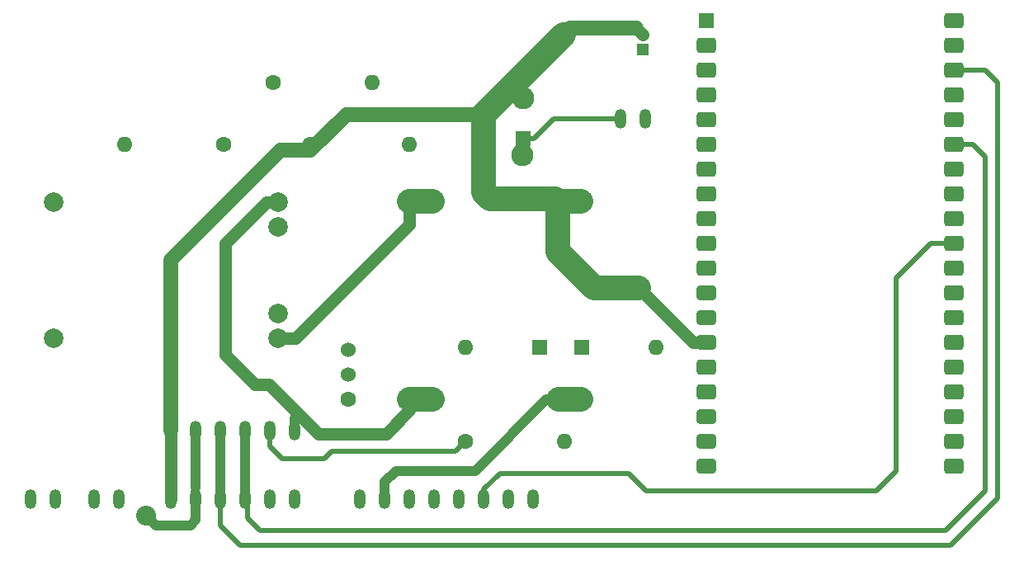
<source format=gbr>
%TF.GenerationSoftware,KiCad,Pcbnew,(7.0.0)*%
%TF.CreationDate,2023-03-30T08:56:28+02:00*%
%TF.ProjectId,HM-Base,484d2d42-6173-4652-9e6b-696361645f70,rev?*%
%TF.SameCoordinates,Original*%
%TF.FileFunction,Copper,L1,Top*%
%TF.FilePolarity,Positive*%
%FSLAX46Y46*%
G04 Gerber Fmt 4.6, Leading zero omitted, Abs format (unit mm)*
G04 Created by KiCad (PCBNEW (7.0.0)) date 2023-03-30 08:56:28*
%MOMM*%
%LPD*%
G01*
G04 APERTURE LIST*
G04 Aperture macros list*
%AMRoundRect*
0 Rectangle with rounded corners*
0 $1 Rounding radius*
0 $2 $3 $4 $5 $6 $7 $8 $9 X,Y pos of 4 corners*
0 Add a 4 corners polygon primitive as box body*
4,1,4,$2,$3,$4,$5,$6,$7,$8,$9,$2,$3,0*
0 Add four circle primitives for the rounded corners*
1,1,$1+$1,$2,$3*
1,1,$1+$1,$4,$5*
1,1,$1+$1,$6,$7*
1,1,$1+$1,$8,$9*
0 Add four rect primitives between the rounded corners*
20,1,$1+$1,$2,$3,$4,$5,0*
20,1,$1+$1,$4,$5,$6,$7,0*
20,1,$1+$1,$6,$7,$8,$9,0*
20,1,$1+$1,$8,$9,$2,$3,0*%
G04 Aperture macros list end*
%TA.AperFunction,ComponentPad*%
%ADD10C,1.606436*%
%TD*%
%TA.AperFunction,ComponentPad*%
%ADD11C,1.524000*%
%TD*%
%TA.AperFunction,ComponentPad*%
%ADD12O,1.200000X2.000000*%
%TD*%
%TA.AperFunction,ComponentPad*%
%ADD13RoundRect,0.390000X-0.644000X-0.390000X0.644000X-0.390000X0.644000X0.390000X-0.644000X0.390000X0*%
%TD*%
%TA.AperFunction,ComponentPad*%
%ADD14RoundRect,0.390000X-0.626000X-0.390000X0.626000X-0.390000X0.626000X0.390000X-0.626000X0.390000X0*%
%TD*%
%TA.AperFunction,ComponentPad*%
%ADD15R,1.560000X1.560000*%
%TD*%
%TA.AperFunction,ComponentPad*%
%ADD16C,1.600000*%
%TD*%
%TA.AperFunction,ComponentPad*%
%ADD17R,1.600000X1.600000*%
%TD*%
%TA.AperFunction,ComponentPad*%
%ADD18O,1.600000X1.600000*%
%TD*%
%TA.AperFunction,ComponentPad*%
%ADD19R,1.200000X1.200000*%
%TD*%
%TA.AperFunction,ComponentPad*%
%ADD20C,1.200000*%
%TD*%
%TA.AperFunction,ComponentPad*%
%ADD21C,2.000000*%
%TD*%
%TA.AperFunction,ViaPad*%
%ADD22C,2.286000*%
%TD*%
%TA.AperFunction,ViaPad*%
%ADD23C,2.032000*%
%TD*%
%TA.AperFunction,Conductor*%
%ADD24C,1.250000*%
%TD*%
%TA.AperFunction,Conductor*%
%ADD25C,1.000000*%
%TD*%
%TA.AperFunction,Conductor*%
%ADD26C,0.508000*%
%TD*%
%TA.AperFunction,Conductor*%
%ADD27C,1.524000*%
%TD*%
%TA.AperFunction,Conductor*%
%ADD28C,2.540000*%
%TD*%
%TA.AperFunction,Conductor*%
%ADD29C,0.250000*%
%TD*%
G04 APERTURE END LIST*
D10*
%TO.P,U2,11,PG*%
%TO.N,unconnected-(U2-PG-Pad11)*%
X120065800Y-94756500D03*
D11*
%TO.P,U2,10,PS*%
%TO.N,unconnected-(U2-PS-Pad10)*%
X120065800Y-92216500D03*
%TO.P,U2,9,EN*%
%TO.N,Net-(D1-K)*%
X120065800Y-89676500D03*
%TO.P,U2,8,Gnd4*%
%TO.N,unconnected-(U2-Gnd4-Pad8)*%
X144195800Y-74461900D03*
%TO.P,U2,7,Gnd3*%
%TO.N,GND*%
X141605000Y-74461900D03*
%TO.P,U2,6,Vout2*%
%TO.N,unconnected-(U2-Vout2-Pad6)*%
X144246600Y-94756500D03*
%TO.P,U2,5,Vout1*%
%TO.N,+3.3V*%
X141655800Y-94756500D03*
%TO.P,U2,4,Gnd2*%
%TO.N,unconnected-(U2-Gnd2-Pad4)*%
X128930400Y-74436500D03*
%TO.P,U2,3,Gnd1*%
%TO.N,Net-(U1-GND2)*%
X126390400Y-74461900D03*
%TO.P,U2,2,Vin2*%
%TO.N,unconnected-(U2-Vin2-Pad2)*%
X128955800Y-94756500D03*
%TO.P,U2,1,Vin1*%
%TO.N,Net-(J3A1-Pin_6)*%
X126390400Y-94756500D03*
%TD*%
D12*
%TO.P,J4,6,Pin_6*%
%TO.N,Net-(J4A1-Pin_6)*%
X114619999Y-104999999D03*
%TO.P,J4,5,Pin_5*%
%TO.N,Net-(J2A1-Pin_1)*%
X112079999Y-104999999D03*
%TO.P,J4,4,Pin_4*%
%TO.N,/SDA*%
X109539999Y-104999999D03*
%TO.P,J4,3,Pin_3*%
%TO.N,/SLC*%
X106999999Y-104999999D03*
%TO.P,J4,2,Pin_2*%
%TO.N,+3.3V*%
X104459999Y-104999999D03*
%TO.P,J4,1,Pin_1*%
%TO.N,GND*%
X101919999Y-104999999D03*
%TD*%
D13*
%TO.P,U3,J3-19,CLK*%
%TO.N,unconnected-(U3-CLK-PadJ3-19)*%
X182245000Y-101600000D03*
%TO.P,U3,J3-18,SD0*%
%TO.N,unconnected-(U3-SD0-PadJ3-18)*%
X182245000Y-99060000D03*
%TO.P,U3,J3-17,SD1*%
%TO.N,unconnected-(U3-SD1-PadJ3-17)*%
X182245000Y-96520000D03*
%TO.P,U3,J3-16,IO15*%
%TO.N,unconnected-(U3-IO15-PadJ3-16)*%
X182245000Y-93980000D03*
%TO.P,U3,J3-15,IO2*%
%TO.N,unconnected-(U3-IO2-PadJ3-15)*%
X182245000Y-91440000D03*
%TO.P,U3,J3-14,IO0*%
%TO.N,unconnected-(U3-IO0-PadJ3-14)*%
X182245000Y-88900000D03*
%TO.P,U3,J3-13,IO4*%
%TO.N,unconnected-(U3-IO4-PadJ3-13)*%
X182245000Y-86360000D03*
%TO.P,U3,J3-12,IO16*%
%TO.N,unconnected-(U3-IO16-PadJ3-12)*%
X182245000Y-83820000D03*
%TO.P,U3,J3-11,IO17*%
%TO.N,unconnected-(U3-IO17-PadJ3-11)*%
X182245000Y-81280000D03*
%TO.P,U3,J3-10,IO5*%
%TO.N,/CS*%
X182245000Y-78740000D03*
%TO.P,U3,J3-9,IO18*%
%TO.N,/CLK*%
X182245000Y-76200000D03*
%TO.P,U3,J3-8,IO19*%
%TO.N,/MISO*%
X182245000Y-73660000D03*
%TO.P,U3,J3-7,GND2*%
%TO.N,unconnected-(U3-GND2-PadJ3-7)*%
X182245000Y-71120000D03*
%TO.P,U3,J3-6,IO21*%
%TO.N,/SDA*%
X182245000Y-68580000D03*
%TO.P,U3,J3-5,RXD0*%
%TO.N,unconnected-(U3-RXD0-PadJ3-5)*%
X182245000Y-66040000D03*
%TO.P,U3,J3-4,TXD0*%
%TO.N,unconnected-(U3-TXD0-PadJ3-4)*%
X182245000Y-63500000D03*
%TO.P,U3,J3-3,IO22*%
%TO.N,/SLC*%
X182245000Y-60960000D03*
%TO.P,U3,J3-2,IO23*%
%TO.N,/MOSI*%
X182245000Y-58420000D03*
%TO.P,U3,J3-1,GND3*%
%TO.N,unconnected-(U3-GND3-PadJ3-1)*%
X182245000Y-55880000D03*
D14*
%TO.P,U3,J2-19,EXT_5V*%
%TO.N,unconnected-(U3-EXT_5V-PadJ2-19)*%
X156845000Y-101600000D03*
%TO.P,U3,J2-18,CMD*%
%TO.N,unconnected-(U3-CMD-PadJ2-18)*%
X156845000Y-99060000D03*
%TO.P,U3,J2-2\u002CJ2-17,SD3*%
%TO.N,unconnected-(U3-SD3-PadJ2-17)*%
X156845000Y-96520000D03*
D13*
%TO.P,U3,J2-16,SD2*%
%TO.N,unconnected-(U3-SD2-PadJ2-16)*%
X156845000Y-93980000D03*
%TO.P,U3,J2-15,IO13*%
%TO.N,unconnected-(U3-IO13-PadJ2-15)*%
X156845000Y-91440000D03*
D14*
%TO.P,U3,J2-14,GND1*%
%TO.N,GND*%
X156845000Y-88900000D03*
%TO.P,U3,J2-13,IO12*%
%TO.N,Net-(D1-A)*%
X156845000Y-86360000D03*
%TO.P,U3,J2-12,IO14*%
%TO.N,Net-(D2-A)*%
X156845000Y-83820000D03*
D13*
%TO.P,U3,J2-11,IO27*%
%TO.N,unconnected-(U3-IO27-PadJ2-11)*%
X156845000Y-81280000D03*
%TO.P,U3,J2-10,IO26*%
%TO.N,unconnected-(U3-IO26-PadJ2-10)*%
X156845000Y-78740000D03*
%TO.P,U3,J2-9,IO25*%
%TO.N,unconnected-(U3-IO25-PadJ2-9)*%
X156845000Y-76200000D03*
%TO.P,U3,J2-8,IO33*%
%TO.N,unconnected-(U3-IO33-PadJ2-8)*%
X156845000Y-73660000D03*
%TO.P,U3,J2-7,IO32*%
%TO.N,Net-(J6A1-Pin_1)*%
X156845000Y-71120000D03*
%TO.P,U3,J2-6,IO35*%
%TO.N,unconnected-(U3-IO35-PadJ2-6)*%
X156845000Y-68580000D03*
%TO.P,U3,J2-5,IO34*%
%TO.N,unconnected-(U3-IO34-PadJ2-5)*%
X156845000Y-66040000D03*
%TO.P,U3,J2-4,SENSOR_VN*%
%TO.N,unconnected-(U3-SENSOR_VN-PadJ2-4)*%
X156845000Y-63500000D03*
%TO.P,U3,J2-3,SENSOR_VP*%
%TO.N,Net-(U3-SENSOR_VP)*%
X156845000Y-60960000D03*
%TO.P,U3,J2-2,EN*%
%TO.N,unconnected-(U3-EN-PadJ2-2)*%
X156845000Y-58420000D03*
D15*
%TO.P,U3,J2-1,3V3*%
%TO.N,+3.3V*%
X156844999Y-55879999D03*
%TD*%
D16*
%TO.P,BZ1,2,+*%
%TO.N,GND*%
X138000000Y-61520000D03*
D17*
%TO.P,BZ1,1,-*%
%TO.N,Net-(BZ1--)*%
X137999999Y-68019999D03*
%TD*%
D12*
%TO.P,J3,1,Pin_1*%
%TO.N,GND*%
X101919999Y-97999999D03*
%TO.P,J3,2,Pin_2*%
%TO.N,+3.3V*%
X104459999Y-97999999D03*
%TO.P,J3,3,Pin_3*%
%TO.N,/SLC*%
X106999999Y-97999999D03*
%TO.P,J3,4,Pin_4*%
%TO.N,/SDA*%
X109539999Y-97999999D03*
%TO.P,J3,5,Pin_5*%
%TO.N,Net-(J3A1-Pin_5)*%
X112079999Y-97999999D03*
%TO.P,J3,6,Pin_6*%
%TO.N,Net-(J3A1-Pin_6)*%
X114619999Y-97999999D03*
%TD*%
%TO.P,J5,1,Pin_1*%
%TO.N,GND*%
X121299999Y-104999999D03*
%TO.P,J5,2,Pin_2*%
%TO.N,+3.3V*%
X123839999Y-104999999D03*
%TO.P,J5,3,Pin_3*%
%TO.N,/MOSI*%
X126379999Y-104999999D03*
%TO.P,J5,4,Pin_4*%
%TO.N,/MISO*%
X128919999Y-104999999D03*
%TO.P,J5,5,Pin_5*%
%TO.N,/CLK*%
X131459999Y-104999999D03*
%TO.P,J5,6,Pin_6*%
%TO.N,/CS*%
X133999999Y-104999999D03*
%TO.P,J5,7,Pin_7*%
%TO.N,unconnected-(J5A1-Pin_7-Pad7)*%
X136539999Y-104999999D03*
%TO.P,J5,8,Pin_8*%
%TO.N,unconnected-(J5A1-Pin_8-Pad8)*%
X139079999Y-104999999D03*
%TD*%
%TO.P,J2,1,Pin_1*%
%TO.N,Net-(J2A1-Pin_1)*%
X96539999Y-104999999D03*
%TO.P,J2,2,Pin_2*%
%TO.N,Net-(J2A1-Pin_2)*%
X93999999Y-104999999D03*
%TD*%
D16*
%TO.P,R4,1*%
%TO.N,Net-(J3A1-Pin_5)*%
X132080000Y-99060000D03*
D18*
%TO.P,R4,2*%
%TO.N,Net-(D2-A)*%
X142239999Y-99059999D03*
%TD*%
D17*
%TO.P,D1,1,K*%
%TO.N,Net-(D1-K)*%
X144017999Y-89407999D03*
D18*
%TO.P,D1,2,A*%
%TO.N,Net-(D1-A)*%
X151637999Y-89407999D03*
%TD*%
D16*
%TO.P,R3,1*%
%TO.N,GND*%
X116205000Y-68580000D03*
D18*
%TO.P,R3,2*%
%TO.N,Net-(D1-K)*%
X126364999Y-68579999D03*
%TD*%
D12*
%TO.P,J6,1,Pin_1*%
%TO.N,Net-(J6A1-Pin_1)*%
X150539999Y-65999999D03*
%TO.P,J6,2,Pin_2*%
%TO.N,Net-(BZ1--)*%
X147999999Y-65999999D03*
%TD*%
D16*
%TO.P,R1,1*%
%TO.N,Net-(U3-SENSOR_VP)*%
X107315000Y-68580000D03*
D18*
%TO.P,R1,2*%
%TO.N,Net-(J2A1-Pin_2)*%
X97154999Y-68579999D03*
%TD*%
D16*
%TO.P,R2,1*%
%TO.N,Net-(U3-SENSOR_VP)*%
X112395000Y-62230000D03*
D18*
%TO.P,R2,2*%
%TO.N,Net-(J4A1-Pin_6)*%
X122554999Y-62229999D03*
%TD*%
D12*
%TO.P,J1,1,Pin_1*%
%TO.N,Net-(J1A1-Pin_1)*%
X87459999Y-104999999D03*
%TO.P,J1,2,Pin_2*%
%TO.N,Net-(J1A1-Pin_2)*%
X89999999Y-104999999D03*
%TD*%
D17*
%TO.P,D2,1,K*%
%TO.N,Net-(D1-K)*%
X139699999Y-89407999D03*
D18*
%TO.P,D2,2,A*%
%TO.N,Net-(D2-A)*%
X132079999Y-89407999D03*
%TD*%
D19*
%TO.P,C1,1*%
%TO.N,+3.3V*%
X150334899Y-58855999D03*
D20*
%TO.P,C1,2*%
%TO.N,GND*%
X150334900Y-57356000D03*
%TD*%
D21*
%TO.P,U1,1,Vin+*%
%TO.N,Net-(J1A1-Pin_2)*%
X89895000Y-74515000D03*
%TO.P,U1,2,GND1*%
%TO.N,Net-(J1A1-Pin_1)*%
X89895000Y-88515000D03*
%TO.P,U1,3,Vout1*%
%TO.N,Net-(J3A1-Pin_6)*%
X112895000Y-74515000D03*
%TO.P,U1,4,Bat+*%
%TO.N,Net-(J4A1-Pin_6)*%
X112895000Y-77055000D03*
%TO.P,U1,5,Bat-*%
%TO.N,Net-(J2A1-Pin_2)*%
X112895000Y-85975000D03*
%TO.P,U1,6,GND2*%
%TO.N,Net-(U1-GND2)*%
X112895000Y-88515000D03*
%TD*%
D22*
%TO.N,Net-(BZ1--)*%
X137922000Y-69723000D03*
%TO.N,*%
X138049000Y-63881000D03*
D23*
%TO.N,+3.3V*%
X99314000Y-106680000D03*
%TD*%
D24*
%TO.N,Net-(J3A1-Pin_6)*%
X117035100Y-98298000D02*
X114670400Y-95933300D01*
X126390400Y-95859600D02*
X123952000Y-98298000D01*
D25*
X126390400Y-94756500D02*
X126390400Y-95859600D01*
D24*
X123952000Y-98298000D02*
X117035100Y-98298000D01*
D26*
%TO.N,Net-(J3A1-Pin_5)*%
X131064000Y-100076000D02*
X132080000Y-99060000D01*
X118364000Y-100076000D02*
X131064000Y-100076000D01*
X113339000Y-100838000D02*
X117602000Y-100838000D01*
X112080000Y-99579000D02*
X113339000Y-100838000D01*
X112080000Y-98000000D02*
X112080000Y-99579000D01*
X117602000Y-100838000D02*
X118364000Y-100076000D01*
D24*
%TO.N,GND*%
X149620900Y-56642000D02*
X150334900Y-57356000D01*
D27*
X142878000Y-56642000D02*
X149620900Y-56642000D01*
X142164000Y-57356000D02*
X142878000Y-56642000D01*
D26*
%TO.N,/SLC*%
X181864000Y-109728000D02*
X186690000Y-104902000D01*
X185420000Y-60960000D02*
X182245000Y-60960000D01*
X106934000Y-107696000D02*
X108966000Y-109728000D01*
X108966000Y-109728000D02*
X181864000Y-109728000D01*
X186690000Y-104902000D02*
X186690000Y-62230000D01*
X186690000Y-62230000D02*
X185420000Y-60960000D01*
X106934000Y-105066000D02*
X106934000Y-107696000D01*
X107000000Y-105000000D02*
X106934000Y-105066000D01*
%TO.N,/SDA*%
X184150000Y-68580000D02*
X182245000Y-68580000D01*
X110998000Y-108204000D02*
X181356000Y-108204000D01*
X109728000Y-106934000D02*
X110998000Y-108204000D01*
X109728000Y-105188000D02*
X109728000Y-106934000D01*
X181356000Y-108204000D02*
X185420000Y-104140000D01*
X185420000Y-104140000D02*
X185420000Y-69850000D01*
X185420000Y-69850000D02*
X184150000Y-68580000D01*
X109540000Y-105000000D02*
X109728000Y-105188000D01*
D25*
%TO.N,+3.3V*%
X103886000Y-107696000D02*
X104460000Y-107122000D01*
X100330000Y-107696000D02*
X103886000Y-107696000D01*
X104460000Y-107122000D02*
X104460000Y-105000000D01*
X99314000Y-106680000D02*
X100330000Y-107696000D01*
D26*
%TO.N,/CS*%
X179832000Y-78740000D02*
X182245000Y-78740000D01*
X150622000Y-104140000D02*
X174244000Y-104140000D01*
X174244000Y-104140000D02*
X176276000Y-102108000D01*
X176276000Y-82296000D02*
X179832000Y-78740000D01*
X148844000Y-102362000D02*
X150622000Y-104140000D01*
X135636000Y-102362000D02*
X148844000Y-102362000D01*
X134000000Y-103998000D02*
X135636000Y-102362000D01*
X134000000Y-105000000D02*
X134000000Y-103998000D01*
X176276000Y-102108000D02*
X176276000Y-82296000D01*
%TO.N,+3.3V*%
X104460000Y-104460000D02*
X104460000Y-105000000D01*
X104140000Y-104140000D02*
X104460000Y-104460000D01*
X104460000Y-103820000D02*
X104140000Y-104140000D01*
D25*
X104460000Y-98000000D02*
X104460000Y-103820000D01*
D28*
X141655800Y-94756500D02*
X144003500Y-94756500D01*
D25*
%TO.N,Net-(J3A1-Pin_6)*%
X128763500Y-94756500D02*
X128905000Y-94615000D01*
D28*
X126390400Y-94756500D02*
X128763500Y-94756500D01*
D25*
%TO.N,GND*%
X143978100Y-74461900D02*
X144145000Y-74295000D01*
D28*
X141605000Y-74461900D02*
X143978100Y-74461900D01*
D24*
%TO.N,Net-(U1-GND2)*%
X128738100Y-74461900D02*
X128905000Y-74295000D01*
D28*
X126390400Y-74461900D02*
X128738100Y-74461900D01*
%TO.N,GND*%
X134620000Y-74168000D02*
X141311100Y-74168000D01*
X141311100Y-74168000D02*
X141605000Y-74461900D01*
X133988000Y-73536000D02*
X134620000Y-74168000D01*
X133988000Y-65532000D02*
X133988000Y-73536000D01*
D27*
X101920000Y-80452000D02*
X101920000Y-98000000D01*
X116205000Y-69215000D02*
X113157000Y-69215000D01*
X113157000Y-69215000D02*
X101920000Y-80452000D01*
X133988000Y-65532000D02*
X119888000Y-65532000D01*
X119888000Y-65532000D02*
X116205000Y-69215000D01*
D28*
X138000000Y-61520000D02*
X133988000Y-65532000D01*
D24*
X155448000Y-88900000D02*
X156845000Y-88900000D01*
X149860000Y-83312000D02*
X155448000Y-88900000D01*
D28*
X145288000Y-83312000D02*
X149860000Y-83312000D01*
X141605000Y-79629000D02*
X145288000Y-83312000D01*
X141605000Y-74461900D02*
X141605000Y-79629000D01*
D25*
%TO.N,+3.3V*%
X124968000Y-102108000D02*
X123840000Y-103236000D01*
X133096000Y-102108000D02*
X124968000Y-102108000D01*
X140447500Y-94756500D02*
X133096000Y-102108000D01*
X123840000Y-103236000D02*
X123840000Y-105000000D01*
X141655800Y-94756500D02*
X140447500Y-94756500D01*
D24*
%TO.N,Net-(J3A1-Pin_6)*%
X111955100Y-93218000D02*
X114670400Y-95933300D01*
X107442000Y-78740000D02*
X107442000Y-90170000D01*
X107442000Y-90170000D02*
X110490000Y-93218000D01*
X111667000Y-74515000D02*
X107442000Y-78740000D01*
X110490000Y-93218000D02*
X111955100Y-93218000D01*
X112895000Y-74515000D02*
X111667000Y-74515000D01*
%TO.N,Net-(U1-GND2)*%
X114685000Y-88515000D02*
X112895000Y-88515000D01*
X126390400Y-76809600D02*
X114685000Y-88515000D01*
X126390400Y-74461900D02*
X126390400Y-76809600D01*
D25*
%TO.N,Net-(J3A1-Pin_6)*%
X114620000Y-98000000D02*
X114620000Y-96674900D01*
D29*
X114670400Y-96624500D02*
X114620000Y-96674900D01*
X114670400Y-95933300D02*
X114670400Y-96624500D01*
D24*
%TO.N,GND*%
X101920000Y-98000000D02*
X101920000Y-105000000D01*
D28*
X138000000Y-61520000D02*
X142164000Y-57356000D01*
D26*
%TO.N,Net-(BZ1--)*%
X148000000Y-66000000D02*
X141145100Y-66000000D01*
X138000000Y-68020000D02*
X139125100Y-68020000D01*
X141145100Y-66000000D02*
X139125100Y-68020000D01*
D25*
%TO.N,/SLC*%
X107000000Y-98000000D02*
X107000000Y-105000000D01*
%TO.N,/SDA*%
X109540000Y-98000000D02*
X109540000Y-105000000D01*
%TD*%
M02*

</source>
